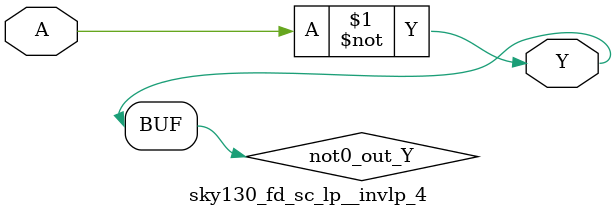
<source format=v>
/*
 * Copyright 2020 The SkyWater PDK Authors
 *
 * Licensed under the Apache License, Version 2.0 (the "License");
 * you may not use this file except in compliance with the License.
 * You may obtain a copy of the License at
 *
 *     https://www.apache.org/licenses/LICENSE-2.0
 *
 * Unless required by applicable law or agreed to in writing, software
 * distributed under the License is distributed on an "AS IS" BASIS,
 * WITHOUT WARRANTIES OR CONDITIONS OF ANY KIND, either express or implied.
 * See the License for the specific language governing permissions and
 * limitations under the License.
 *
 * SPDX-License-Identifier: Apache-2.0
*/


`ifndef SKY130_FD_SC_LP__INVLP_4_FUNCTIONAL_V
`define SKY130_FD_SC_LP__INVLP_4_FUNCTIONAL_V

/**
 * invlp: Low Power Inverter.
 *
 * Verilog simulation functional model.
 */

`timescale 1ns / 1ps
`default_nettype none

`celldefine
module sky130_fd_sc_lp__invlp_4 (
    Y,
    A
);

    // Module ports
    output Y;
    input  A;

    // Local signals
    wire not0_out_Y;

    //  Name  Output      Other arguments
    not not0 (not0_out_Y, A              );
    buf buf0 (Y         , not0_out_Y     );

endmodule
`endcelldefine

`default_nettype wire
`endif  // SKY130_FD_SC_LP__INVLP_4_FUNCTIONAL_V

</source>
